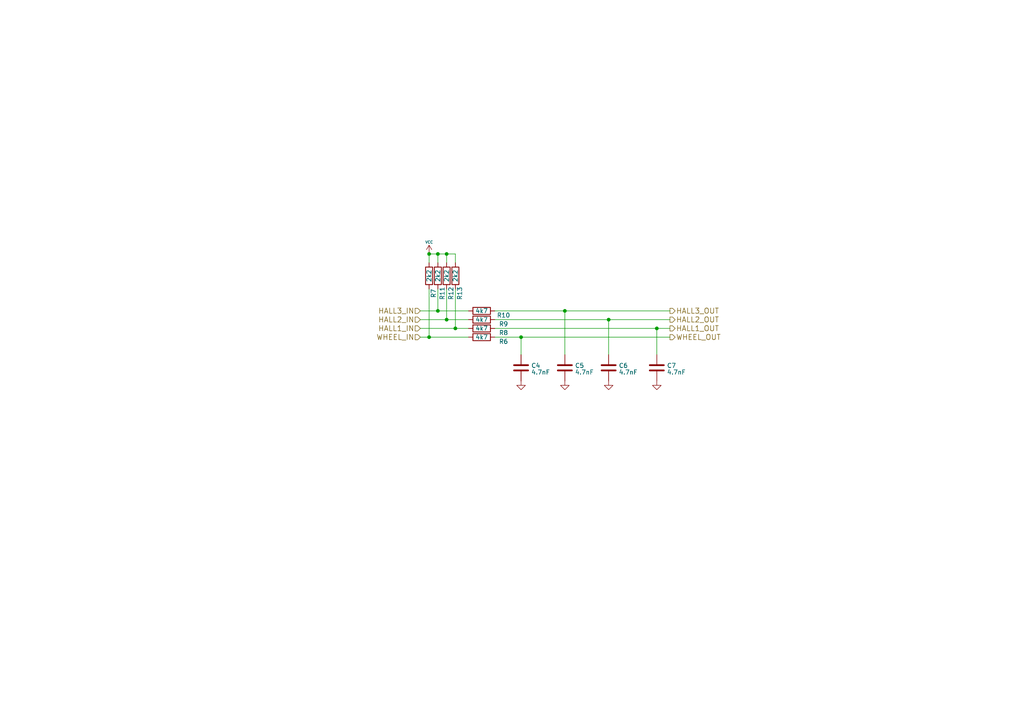
<source format=kicad_sch>
(kicad_sch (version 20230121) (generator eeschema)
  (paper "A4")
  (title_block (title "E-bike controller (based on VESC 4.10)") (date "2023-05-19") (rev "4.10-jpa") (company "Benjamin Vedder") (comment 1 "Customized by Petteri Aimonen"))
  (lib_symbols
    (symbol "Device:C" (pin_numbers hide) (pin_names (offset 0.254))
      (property "Reference" "C" (at 0.635 2.54 0))
      (property "Value" "C" (at 0.635 -2.54 0))
      (symbol "C_0_1"
        (polyline (pts (xy -2.032 -0.762) (xy 2.032 -0.762)) (stroke (width 0.508)))
        (polyline (pts (xy -2.032 0.762) (xy 2.032 0.762)) (stroke (width 0.508)))
      )
      (symbol "C_1_1"
        (pin passive line (at 0 3.81 270) (length 2.794) (name "~") (number "1"))
        (pin passive line (at 0 -3.81 90) (length 2.794) (name "~") (number "2"))
      )
    )
    (symbol "Device:R" (pin_numbers hide) (pin_names (offset 0))
      (property "Reference" "R" (at 2.032 0 90))
      (property "Value" "R" (at 0 0 90))
      (symbol "R_0_1"
        (rectangle (start -1.016 -2.54) (end 1.016 2.54) (stroke (width 0.254)))
      )
      (symbol "R_1_1"
        (pin passive line (at 0 3.81 270) (length 1.27) (name "~") (number "1"))
        (pin passive line (at 0 -3.81 90) (length 1.27) (name "~") (number "2"))
      )
    )
    (symbol "power:GND" (power) (pin_names (offset 0))
      (property "Value" "GND" (at 0 -3.81 0))
      (symbol "GND_0_1"
        (polyline (pts (xy 0 0) (xy 0 -1.27) (xy 1.27 -1.27) (xy 0 -2.54) (xy -1.27 -1.27) (xy 0 -1.27)))
      )
      (symbol "GND_1_1"
        (pin power_in line (at 0 0 270) (length 0) hide (name "GND") (number "1"))
      )
    )
    (symbol "power:VCC" (power) (pin_names (offset 0))
      (property "Value" "VCC" (at 0 3.81 0))
      (symbol "VCC_0_1"
        (polyline (pts (xy -0.762 1.27) (xy 0 2.54)))
        (polyline (pts (xy 0 0) (xy 0 2.54)))
        (polyline (pts (xy 0 2.54) (xy 0.762 1.27)))
      )
      (symbol "VCC_1_1"
        (pin power_in line (at 0 0 90) (length 0) hide (name "VCC") (number "1"))
      )
    )
  )
  (junction (at 124.46 73.66))
  (junction (at 176.53 92.71))
  (junction (at 129.54 73.66))
  (junction (at 127 73.66))
  (junction (at 127 90.17))
  (junction (at 151.13 97.79))
  (junction (at 132.08 95.25))
  (junction (at 163.83 90.17))
  (junction (at 190.5 95.25))
  (junction (at 129.54 92.71))
  (junction (at 124.46 97.79))
  (wire (pts (xy 127 73.66) (xy 129.54 73.66)))
  (wire (pts (xy 163.83 90.17) (xy 194.31 90.17)))
  (wire (pts (xy 124.46 97.79) (xy 135.89 97.79)))
  (wire (pts (xy 127 83.82) (xy 127 90.17)))
  (wire (pts (xy 124.46 83.82) (xy 124.46 97.79)))
  (wire (pts (xy 124.46 73.66) (xy 124.46 76.2)))
  (wire (pts (xy 190.5 95.25) (xy 194.31 95.25)))
  (wire (pts (xy 124.46 73.66) (xy 127 73.66)))
  (wire (pts (xy 129.54 83.82) (xy 129.54 92.71)))
  (wire (pts (xy 129.54 73.66) (xy 129.54 76.2)))
  (wire (pts (xy 129.54 73.66) (xy 132.08 73.66)))
  (wire (pts (xy 127 76.2) (xy 127 73.66)))
  (wire (pts (xy 176.53 92.71) (xy 176.53 102.87)))
  (wire (pts (xy 121.92 92.71) (xy 129.54 92.71)))
  (wire (pts (xy 151.13 97.79) (xy 194.31 97.79)))
  (wire (pts (xy 143.51 97.79) (xy 151.13 97.79)))
  (wire (pts (xy 127 90.17) (xy 135.89 90.17)))
  (wire (pts (xy 121.92 90.17) (xy 127 90.17)))
  (wire (pts (xy 132.08 73.66) (xy 132.08 76.2)))
  (wire (pts (xy 176.53 92.71) (xy 194.31 92.71)))
  (wire (pts (xy 151.13 97.79) (xy 151.13 102.87)))
  (wire (pts (xy 143.51 92.71) (xy 176.53 92.71)))
  (wire (pts (xy 190.5 95.25) (xy 190.5 102.87)))
  (wire (pts (xy 121.92 95.25) (xy 132.08 95.25)))
  (wire (pts (xy 121.92 97.79) (xy 124.46 97.79)))
  (wire (pts (xy 163.83 90.17) (xy 163.83 102.87)))
  (wire (pts (xy 129.54 92.71) (xy 135.89 92.71)))
  (wire (pts (xy 132.08 95.25) (xy 135.89 95.25)))
  (wire (pts (xy 143.51 90.17) (xy 163.83 90.17)))
  (wire (pts (xy 143.51 95.25) (xy 190.5 95.25)))
  (wire (pts (xy 132.08 83.82) (xy 132.08 95.25)))
  (hierarchical_label "HALL2_IN" (shape input) (at 121.92 92.71 180) (effects (font (size 1.524 1.524))))
  (hierarchical_label "HALL1_OUT" (shape output) (at 194.31 95.25 0) (effects (font (size 1.524 1.524))))
  (hierarchical_label "WHEEL_OUT" (shape output) (at 194.31 97.79 0) (effects (font (size 1.524 1.524))))
  (hierarchical_label "HALL2_OUT" (shape output) (at 194.31 92.71 0) (effects (font (size 1.524 1.524))))
  (hierarchical_label "HALL1_IN" (shape input) (at 121.92 95.25 180) (effects (font (size 1.524 1.524))))
  (hierarchical_label "WHEEL_IN" (shape input) (at 121.92 97.79 180) (effects (font (size 1.524 1.524))))
  (hierarchical_label "HALL3_OUT" (shape output) (at 194.31 90.17 0) (effects (font (size 1.524 1.524))))
  (hierarchical_label "HALL3_IN" (shape input) (at 121.92 90.17 180) (effects (font (size 1.524 1.524))))
  (symbol (lib_id "Device:R") (at 124.46 80.01 180) (unit 1)
    (property "Reference" "R7" (at 125.73 85.09 90))
    (property "Value" "2k2" (at 124.46 80.01 90))
    (property "Footprint" "Resistor_SMD:R_0603_1608Metric" (effects hide))
    (property "JLCPCB" "C4190" (effects hide))
  )
  (symbol (lib_id "Device:R") (at 139.7 95.25 90) (unit 1)
    (property "Reference" "R8" (at 146.05 96.52 90))
    (property "Value" "4k7" (at 139.7 95.25 90))
    (property "Footprint" "Resistor_SMD:R_0603_1608Metric" (effects hide))
    (property "JLCPCB" "C23162" (effects hide))
  )
  (symbol (lib_id "Device:R") (at 139.7 92.71 90) (unit 1)
    (property "Reference" "R9" (at 146.05 93.98 90))
    (property "Value" "4k7" (at 139.7 92.71 90))
    (property "Footprint" "Resistor_SMD:R_0603_1608Metric" (effects hide))
    (property "JLCPCB" "C23162" (effects hide))
  )
  (symbol (lib_id "Device:R") (at 139.7 90.17 90) (unit 1)
    (property "Reference" "R10" (at 146.05 91.44 90))
    (property "Value" "4k7" (at 139.7 90.17 90))
    (property "Footprint" "Resistor_SMD:R_0603_1608Metric" (effects hide))
    (property "JLCPCB" "C23162" (effects hide))
  )
  (symbol (lib_id "Device:C") (at 163.83 106.68 0) (unit 1)
    (property "Reference" "C5" (at 166.751 106.0363 0) (effects (justify left)))
    (property "Value" "4.7nF" (at 166.751 107.9573 0) (effects (justify left)))
    (property "Footprint" "Capacitor_SMD:C_0603_1608Metric" (effects hide))
    (property "JLCPCB" "C53987" (effects hide))
  )
  (symbol (lib_id "Device:C") (at 176.53 106.68 0) (unit 1)
    (property "Reference" "C6" (at 179.451 106.0363 0) (effects (justify left)))
    (property "Value" "4.7nF" (at 179.451 107.9573 0) (effects (justify left)))
    (property "Footprint" "Capacitor_SMD:C_0603_1608Metric" (effects hide))
    (property "JLCPCB" "C53987" (effects hide))
  )
  (symbol (lib_id "Device:C") (at 190.5 106.68 0) (unit 1)
    (property "Reference" "C7" (at 193.421 106.0363 0) (effects (justify left)))
    (property "Value" "4.7nF" (at 193.421 107.9573 0) (effects (justify left)))
    (property "Footprint" "Capacitor_SMD:C_0603_1608Metric" (effects hide))
    (property "JLCPCB" "C53987" (effects hide))
  )
  (symbol (lib_id "power:GND") (at 163.83 110.49 0) (unit 1)
    (property "Reference" "#PWR020" (effects hide))
    (property "Value" "GND" (effects hide))
  )
  (symbol (lib_id "Device:R") (at 127 80.01 180) (unit 1)
    (property "Reference" "R11" (at 128.27 85.09 90))
    (property "Value" "2k2" (at 127 80.01 90))
    (property "Footprint" "Resistor_SMD:R_0603_1608Metric" (effects hide))
    (property "JLCPCB" "C4190" (effects hide))
  )
  (symbol (lib_id "Device:R") (at 129.54 80.01 180) (unit 1)
    (property "Reference" "R12" (at 130.81 85.09 90))
    (property "Value" "2k2" (at 129.54 80.01 90))
    (property "Footprint" "Resistor_SMD:R_0603_1608Metric" (effects hide))
    (property "JLCPCB" "C4190" (effects hide))
  )
  (symbol (lib_id "Device:R") (at 132.08 80.01 180) (unit 1)
    (property "Reference" "R13" (at 133.35 85.09 90))
    (property "Value" "2k2" (at 132.08 80.01 90))
    (property "Footprint" "Resistor_SMD:R_0603_1608Metric" (effects hide))
    (property "JLCPCB" "C4190" (effects hide))
  )
  (symbol (lib_id "Device:C") (at 151.13 106.68 180) (unit 1)
    (property "Reference" "C4" (at 154.051 106.0363 0) (effects (justify right)))
    (property "Value" "4.7nF" (at 154.051 107.9573 0) (effects (justify right)))
    (property "Footprint" "Capacitor_SMD:C_0603_1608Metric" (effects hide))
    (property "JLCPCB" "C53987" (effects hide))
  )
  (symbol (lib_id "power:GND") (at 151.13 110.49 0) (unit 1)
    (property "Reference" "#PWR021" (effects hide))
    (property "Value" "GND" (effects hide))
  )
  (symbol (lib_id "power:VCC") (at 124.46 73.66 0) (unit 1)
    (property "Reference" "#PWR022" (effects hide))
    (property "Value" "VCC" (at 124.46 70.2381 0) (effects (font (size 0.762 0.762))))
  )
  (symbol (lib_id "power:GND") (at 176.53 110.49 0) (unit 1)
    (property "Reference" "#PWR023" (effects hide))
    (property "Value" "GND" (effects hide))
  )
  (symbol (lib_id "power:GND") (at 190.5 110.49 0) (unit 1)
    (property "Reference" "#PWR024" (effects hide))
    (property "Value" "GND" (effects hide))
  )
  (symbol (lib_id "Device:R") (at 139.7 97.79 90) (unit 1)
    (property "Reference" "R6" (at 146.05 99.06 90))
    (property "Value" "4k7" (at 139.7 97.79 90))
    (property "Footprint" "Resistor_SMD:R_0603_1608Metric" (effects hide))
    (property "JLCPCB" "C23162" (effects hide))
  )
)
</source>
